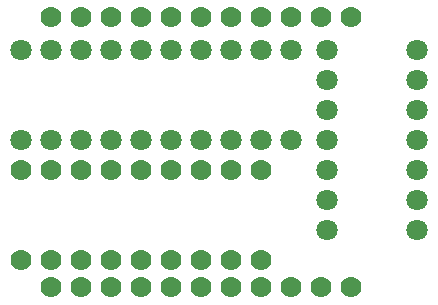
<source format=gts>
G04 ---------------------------- Layer name :TOP SOLDER LAYER*
G04 EasyEDA v5.7.22, Tue, 28 Aug 2018 22:53:05 GMT*
G04 1f8b3ca3c2ad4f10b54c6f686152f78d*
G04 Gerber Generator version 0.2*
G04 Scale: 100 percent, Rotated: No, Reflected: No *
G04 Dimensions in millimeters *
G04 leading zeros omitted , absolute positions ,3 integer and 3 decimal *
%FSLAX33Y33*%
%MOMM*%
G90*
G71D02*

%ADD11C,1.778000*%
%ADD12C,1.803400*%
%ADD13C,1.778203*%

%LPD*%
G54D11*
G01X4572Y24130D03*
G01X24892Y24130D03*
G01X7112Y24130D03*
G01X9652Y24130D03*
G01X12192Y24130D03*
G01X17272Y24130D03*
G01X14732Y24130D03*
G01X19812Y24130D03*
G01X27432Y24130D03*
G01X29972Y24130D03*
G01X22352Y24130D03*
G01X27432Y1270D03*
G01X29972Y1270D03*
G01X24892Y1270D03*
G01X4572Y1270D03*
G01X9652Y1270D03*
G01X14732Y1270D03*
G01X17272Y1270D03*
G01X19812Y1270D03*
G01X22352Y1270D03*
G01X7112Y1270D03*
G01X12192Y1270D03*
G54D12*
G01X2032Y13716D03*
G01X4572Y13716D03*
G01X12192Y13716D03*
G01X14732Y13716D03*
G01X7112Y13716D03*
G01X9652Y13716D03*
G01X17272Y13716D03*
G01X19812Y13716D03*
G01X22352Y13716D03*
G01X24892Y13716D03*
G01X24892Y21336D03*
G01X22352Y21336D03*
G01X19812Y21336D03*
G01X17272Y21336D03*
G01X14732Y21336D03*
G01X12192Y21336D03*
G01X9652Y21336D03*
G01X7112Y21336D03*
G01X4572Y21336D03*
G01X2032Y21336D03*
G01X35560Y6096D03*
G01X35560Y8636D03*
G01X35560Y16256D03*
G01X35560Y18796D03*
G01X35560Y11176D03*
G01X35560Y13716D03*
G01X35560Y21336D03*
G01X27940Y21336D03*
G01X27940Y18796D03*
G01X27940Y16256D03*
G01X27940Y13716D03*
G01X27940Y11176D03*
G01X27940Y8636D03*
G01X27940Y6096D03*
G54D13*
G01X14732Y3556D03*
G01X14732Y11176D03*
G01X17272Y3556D03*
G01X17272Y11176D03*
G01X19812Y3556D03*
G01X19812Y11176D03*
G01X22352Y3556D03*
G01X22352Y11176D03*
G01X2032Y3556D03*
G01X2032Y11176D03*
G01X4572Y3556D03*
G01X4572Y11176D03*
G01X7112Y3556D03*
G01X7112Y11176D03*
G01X9652Y3556D03*
G01X9652Y11176D03*
G01X12192Y3556D03*
G01X12192Y11176D03*
M00*
M02*

</source>
